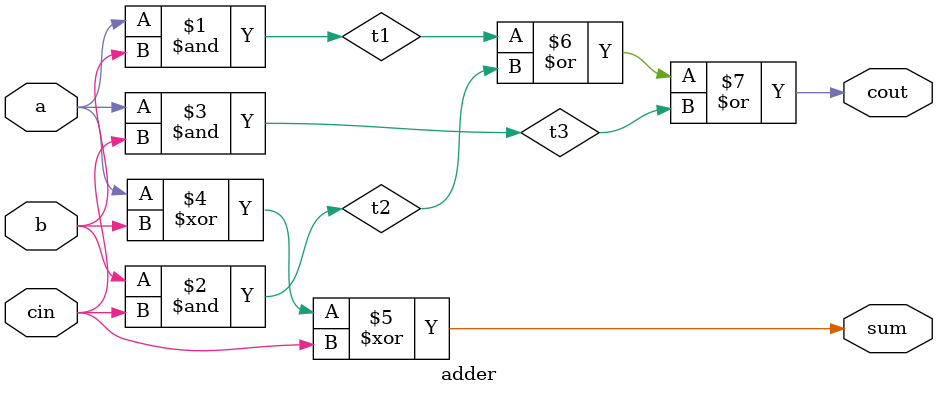
<source format=v>
module adder(
    input a, b, cin,
    output sum, cout
);
    wire t1, t2, t3;

    assign t1 = a & b;
    assign t2 = b & cin;
    assign t3 = a & cin;

    assign sum = a ^ b ^ cin;
    assign cout = t1 | t2 | t3;
endmodule

</source>
